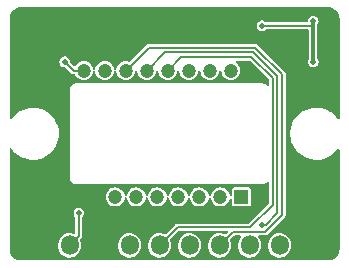
<source format=gbr>
%TF.GenerationSoftware,KiCad,Pcbnew,(7.0.0)*%
%TF.CreationDate,2023-03-29T09:50:13+01:00*%
%TF.ProjectId,Ogen,4f67656e-2e6b-4696-9361-645f70636258,rev?*%
%TF.SameCoordinates,Original*%
%TF.FileFunction,Copper,L1,Top*%
%TF.FilePolarity,Positive*%
%FSLAX46Y46*%
G04 Gerber Fmt 4.6, Leading zero omitted, Abs format (unit mm)*
G04 Created by KiCad (PCBNEW (7.0.0)) date 2023-03-29 09:50:13*
%MOMM*%
%LPD*%
G01*
G04 APERTURE LIST*
%TA.AperFunction,ComponentPad*%
%ADD10O,1.500000X1.700000*%
%TD*%
%TA.AperFunction,ComponentPad*%
%ADD11R,1.200000X1.200000*%
%TD*%
%TA.AperFunction,ComponentPad*%
%ADD12C,1.200000*%
%TD*%
%TA.AperFunction,ViaPad*%
%ADD13C,0.500000*%
%TD*%
%TA.AperFunction,Conductor*%
%ADD14C,0.300000*%
%TD*%
%TA.AperFunction,Conductor*%
%ADD15C,0.200000*%
%TD*%
G04 APERTURE END LIST*
D10*
%TO.P,J1,1,Pin_1*%
%TO.N,+3V3*%
X35890000Y-33449999D03*
%TO.P,J1,2,Pin_2*%
%TO.N,/MISO*%
X33350000Y-33449999D03*
%TO.P,J1,3,Pin_3*%
%TO.N,/MOSI*%
X30810000Y-33449999D03*
%TO.P,J1,4,Pin_4*%
%TO.N,/SCK*%
X28270000Y-33449999D03*
%TO.P,J1,5,Pin_5*%
%TO.N,/CS*%
X25730000Y-33449999D03*
%TO.P,J1,6,Pin_6*%
%TO.N,/MOTION*%
X23190000Y-33449999D03*
%TO.P,J1,7,Pin_7*%
%TO.N,GND*%
X20650000Y-33449999D03*
%TO.P,J1,8,Pin_8*%
%TO.N,/~{RST}*%
X18110000Y-33449999D03*
%TD*%
D11*
%TO.P,U1,1,NC*%
%TO.N,unconnected-(U1-NC-Pad1)*%
X32659999Y-29349999D03*
D12*
%TO.P,U1,2,NC*%
%TO.N,unconnected-(U1-NC-Pad2)*%
X30880000Y-29350000D03*
%TO.P,U1,3,VDDPIX*%
%TO.N,Net-(U1-VDDPIX)*%
X29100000Y-29350000D03*
%TO.P,U1,4,VDD*%
%TO.N,+2V*%
X27320000Y-29350000D03*
%TO.P,U1,5,VDDIO*%
%TO.N,+3V3*%
X25540000Y-29350000D03*
%TO.P,U1,6,NC*%
%TO.N,unconnected-(U1-NC-Pad6)*%
X23760000Y-29350000D03*
%TO.P,U1,7,NRESET*%
%TO.N,/~{RST}*%
X21980000Y-29350000D03*
%TO.P,U1,8,GND*%
%TO.N,GND*%
X20200000Y-29350000D03*
%TO.P,U1,9,MOTION*%
%TO.N,/MOTION*%
X19310000Y-18650000D03*
%TO.P,U1,10,SCLK*%
%TO.N,/SCK*%
X21090000Y-18650000D03*
%TO.P,U1,11,MOSI*%
%TO.N,/MOSI*%
X22870000Y-18650000D03*
%TO.P,U1,12,MISO*%
%TO.N,/MISO*%
X24650000Y-18650000D03*
%TO.P,U1,13,NCS*%
%TO.N,/CS*%
X26430000Y-18650000D03*
%TO.P,U1,14,NC*%
%TO.N,unconnected-(U1-NC-Pad14)*%
X28210000Y-18650000D03*
%TO.P,U1,15,LED_P*%
%TO.N,Net-(U1-LED_P)*%
X29990000Y-18650000D03*
%TO.P,U1,16,NC*%
%TO.N,unconnected-(U1-NC-Pad16)*%
X31770000Y-18650000D03*
%TD*%
D13*
%TO.N,GND*%
X37550003Y-18499999D03*
X40200002Y-15649998D03*
X32350002Y-30900002D03*
X37550002Y-13900000D03*
X27249999Y-30699999D03*
X37750000Y-16200001D03*
%TO.N,+3V3*%
X38737501Y-17900000D03*
X34400001Y-14849998D03*
X38737501Y-14462499D03*
%TO.N,/~{RST}*%
X18900000Y-30700000D03*
%TO.N,/MOTION*%
X17700002Y-17899998D03*
%TO.N,/MISO*%
X34399999Y-31715685D03*
%TD*%
D14*
%TO.N,+3V3*%
X38737501Y-17900000D02*
X38737501Y-14850000D01*
D15*
X34400001Y-14849998D02*
X38737501Y-14850000D01*
D14*
X38737501Y-14850000D02*
X38737501Y-14462499D01*
D15*
%TO.N,/~{RST}*%
X18900001Y-32659999D02*
X18110000Y-33449999D01*
X18110002Y-33220000D02*
X18110000Y-33449999D01*
X18900000Y-30700000D02*
X18900001Y-32659999D01*
%TO.N,/MOTION*%
X18450001Y-18650000D02*
X19309999Y-18650001D01*
X17700002Y-17899998D02*
X18450001Y-18650000D01*
%TO.N,/CS*%
X33502944Y-17499999D02*
X35300000Y-19297056D01*
X33400002Y-31900001D02*
X27280001Y-31899999D01*
X35300000Y-19297056D02*
X35300002Y-30000002D01*
X26430000Y-18649999D02*
X27580001Y-17500001D01*
X35300002Y-30000002D02*
X33400002Y-31900001D01*
X27280001Y-31899999D02*
X25730000Y-33449997D01*
X27580001Y-17500001D02*
X33502944Y-17499999D01*
%TO.N,/MOSI*%
X31960003Y-32299999D02*
X34700000Y-32299999D01*
X33834312Y-16700001D02*
X24820000Y-16699999D01*
X34700000Y-32299999D02*
X36100001Y-30900000D01*
X36100001Y-30900000D02*
X36100001Y-18965690D01*
X24820000Y-16699999D02*
X22870002Y-18650000D01*
X36100001Y-18965690D02*
X33834312Y-16700001D01*
X30810000Y-33450001D02*
X31960003Y-32299999D01*
%TO.N,/MISO*%
X34399999Y-31715685D02*
X34718630Y-31715687D01*
X35700000Y-19131371D02*
X33668631Y-17099999D01*
X34718630Y-31715687D02*
X35700001Y-30734315D01*
X33668631Y-17099999D02*
X26200003Y-17100000D01*
X26200003Y-17100000D02*
X24650000Y-18649999D01*
X35700001Y-30734315D02*
X35700000Y-19131371D01*
%TD*%
%TA.AperFunction,Conductor*%
%TO.N,GND*%
G36*
X40004308Y-13275875D02*
G01*
X40160594Y-13289548D01*
X40177575Y-13292541D01*
X40324940Y-13332027D01*
X40341148Y-13337927D01*
X40479397Y-13402394D01*
X40494342Y-13411022D01*
X40619302Y-13498520D01*
X40632521Y-13509612D01*
X40740386Y-13617476D01*
X40751479Y-13630696D01*
X40838976Y-13755655D01*
X40847604Y-13770600D01*
X40912069Y-13908845D01*
X40917972Y-13925061D01*
X40951046Y-14048495D01*
X40957456Y-14072415D01*
X40960452Y-14089410D01*
X40974125Y-14245702D01*
X40974502Y-14254330D01*
X40974500Y-22668883D01*
X40955690Y-22726940D01*
X40906407Y-22762935D01*
X40845380Y-22763190D01*
X40795798Y-22727608D01*
X40686146Y-22578787D01*
X40684179Y-22576117D01*
X40479366Y-22364343D01*
X40476772Y-22362294D01*
X40476767Y-22362290D01*
X40250752Y-22183808D01*
X40248155Y-22181757D01*
X40245312Y-22180073D01*
X40245309Y-22180071D01*
X39997512Y-22033301D01*
X39997508Y-22033299D01*
X39994670Y-22031618D01*
X39991628Y-22030328D01*
X39991626Y-22030327D01*
X39726484Y-21917897D01*
X39726485Y-21917897D01*
X39723435Y-21916604D01*
X39692969Y-21908258D01*
X39442486Y-21839644D01*
X39442483Y-21839643D01*
X39439291Y-21838769D01*
X39435997Y-21838326D01*
X39150582Y-21799941D01*
X39150575Y-21799940D01*
X39147307Y-21799501D01*
X38926430Y-21799501D01*
X38924800Y-21799610D01*
X38924773Y-21799611D01*
X38709341Y-21814033D01*
X38709333Y-21814033D01*
X38706047Y-21814254D01*
X38702811Y-21814911D01*
X38702809Y-21814912D01*
X38420587Y-21872276D01*
X38420578Y-21872278D01*
X38417338Y-21872937D01*
X38414211Y-21874022D01*
X38414203Y-21874025D01*
X38142164Y-21968487D01*
X38142154Y-21968490D01*
X38139027Y-21969577D01*
X38136077Y-21971067D01*
X38136062Y-21971074D01*
X37879034Y-22100957D01*
X37879030Y-22100958D01*
X37876080Y-22102450D01*
X37873361Y-22104316D01*
X37873355Y-22104320D01*
X37635911Y-22267316D01*
X37635906Y-22267319D01*
X37633189Y-22269185D01*
X37630748Y-22271392D01*
X37630740Y-22271399D01*
X37417134Y-22464594D01*
X37417129Y-22464599D01*
X37414689Y-22466806D01*
X37412561Y-22469322D01*
X37412558Y-22469326D01*
X37226617Y-22689258D01*
X37226610Y-22689266D01*
X37224479Y-22691788D01*
X37222699Y-22694575D01*
X37222694Y-22694583D01*
X37067735Y-22937323D01*
X37067730Y-22937330D01*
X37065954Y-22940114D01*
X37064564Y-22943109D01*
X37064562Y-22943113D01*
X36974503Y-23137186D01*
X36941941Y-23207354D01*
X36940964Y-23210502D01*
X36940958Y-23210519D01*
X36855638Y-23485568D01*
X36855635Y-23485577D01*
X36854655Y-23488739D01*
X36854103Y-23492006D01*
X36854103Y-23492010D01*
X36829736Y-23636468D01*
X36805652Y-23779247D01*
X36805541Y-23782550D01*
X36805541Y-23782556D01*
X36795918Y-24070386D01*
X36795918Y-24070395D01*
X36795808Y-24073695D01*
X36796138Y-24076983D01*
X36796139Y-24076989D01*
X36824965Y-24363531D01*
X36825297Y-24366828D01*
X36826064Y-24370047D01*
X36826065Y-24370052D01*
X36892824Y-24650187D01*
X36892827Y-24650197D01*
X36893594Y-24653415D01*
X36894785Y-24656509D01*
X36894786Y-24656510D01*
X36998288Y-24925248D01*
X36998292Y-24925257D01*
X36999480Y-24928341D01*
X37001068Y-24931239D01*
X37001071Y-24931245D01*
X37125251Y-25157845D01*
X37141065Y-25186701D01*
X37143020Y-25189354D01*
X37143023Y-25189359D01*
X37247469Y-25331114D01*
X37315823Y-25423885D01*
X37520636Y-25635659D01*
X37751847Y-25818245D01*
X38005332Y-25968384D01*
X38276567Y-26083398D01*
X38560711Y-26161233D01*
X38852695Y-26200501D01*
X39071911Y-26200501D01*
X39073572Y-26200501D01*
X39293955Y-26185748D01*
X39582664Y-26127065D01*
X39860975Y-26030425D01*
X40123922Y-25897552D01*
X40366813Y-25730817D01*
X40585313Y-25533196D01*
X40775523Y-25308214D01*
X40792054Y-25282317D01*
X40829084Y-25248143D01*
X40878143Y-25236623D01*
X40926518Y-25250747D01*
X40961673Y-25286853D01*
X40974499Y-25335588D01*
X40974498Y-33741714D01*
X40970516Y-33741714D01*
X40970517Y-33741728D01*
X40974497Y-33741728D01*
X40974497Y-33745690D01*
X40974121Y-33754310D01*
X40960461Y-33910601D01*
X40957466Y-33927595D01*
X40933668Y-34016439D01*
X40917997Y-34074940D01*
X40912094Y-34091160D01*
X40847629Y-34229420D01*
X40839001Y-34244365D01*
X40755934Y-34363005D01*
X40751510Y-34369323D01*
X40740416Y-34382544D01*
X40632550Y-34490411D01*
X40619328Y-34501505D01*
X40494365Y-34589001D01*
X40479418Y-34597630D01*
X40341166Y-34662091D01*
X40324948Y-34667993D01*
X40177598Y-34707465D01*
X40160601Y-34710461D01*
X40004289Y-34724123D01*
X39995669Y-34724499D01*
X39991732Y-34724499D01*
X39991732Y-34720344D01*
X39991719Y-34720343D01*
X39991719Y-34724500D01*
X14008284Y-34724500D01*
X14008284Y-34720343D01*
X14008271Y-34720344D01*
X14008271Y-34724499D01*
X14004308Y-34724499D01*
X13995689Y-34724123D01*
X13839400Y-34710464D01*
X13822403Y-34707468D01*
X13675052Y-34667996D01*
X13658838Y-34662095D01*
X13520576Y-34597630D01*
X13505632Y-34589002D01*
X13380673Y-34501509D01*
X13367452Y-34490416D01*
X13259583Y-34382548D01*
X13248489Y-34369326D01*
X13228287Y-34340473D01*
X13160994Y-34244363D01*
X13152367Y-34229420D01*
X13131686Y-34185064D01*
X13087903Y-34091158D01*
X13082005Y-34074952D01*
X13042529Y-33927586D01*
X13039536Y-33910601D01*
X13025874Y-33754288D01*
X13025499Y-33745665D01*
X13025500Y-33741716D01*
X13025499Y-33741715D01*
X13025500Y-33741714D01*
X13025499Y-33741714D01*
X13025499Y-33598206D01*
X17159501Y-33598206D01*
X17159754Y-33600703D01*
X17159755Y-33600704D01*
X17173647Y-33737322D01*
X17173648Y-33737328D01*
X17174156Y-33742321D01*
X17175658Y-33747108D01*
X17175659Y-33747113D01*
X17229661Y-33919227D01*
X17232027Y-33926768D01*
X17234460Y-33931152D01*
X17234463Y-33931158D01*
X17323274Y-34091164D01*
X17325842Y-34095791D01*
X17329112Y-34099600D01*
X17448492Y-34238661D01*
X17448496Y-34238664D01*
X17451761Y-34242468D01*
X17604628Y-34360796D01*
X17778185Y-34445930D01*
X17783037Y-34447186D01*
X17783039Y-34447187D01*
X17824660Y-34457963D01*
X17965327Y-34494385D01*
X18158391Y-34504176D01*
X18349475Y-34474903D01*
X18530754Y-34407764D01*
X18694808Y-34305509D01*
X18834920Y-34172323D01*
X18945354Y-34013658D01*
X19021588Y-33836012D01*
X19060501Y-33646656D01*
X19060501Y-33598206D01*
X22239501Y-33598206D01*
X22239754Y-33600703D01*
X22239755Y-33600704D01*
X22253647Y-33737322D01*
X22253648Y-33737328D01*
X22254156Y-33742321D01*
X22255658Y-33747108D01*
X22255659Y-33747113D01*
X22309661Y-33919227D01*
X22312027Y-33926768D01*
X22314460Y-33931152D01*
X22314463Y-33931158D01*
X22403274Y-34091164D01*
X22405842Y-34095791D01*
X22409112Y-34099600D01*
X22528492Y-34238661D01*
X22528496Y-34238664D01*
X22531761Y-34242468D01*
X22684628Y-34360796D01*
X22858185Y-34445930D01*
X22863037Y-34447186D01*
X22863039Y-34447187D01*
X22904660Y-34457963D01*
X23045327Y-34494385D01*
X23238391Y-34504176D01*
X23429475Y-34474903D01*
X23610754Y-34407764D01*
X23774808Y-34305509D01*
X23914920Y-34172323D01*
X24025354Y-34013658D01*
X24101588Y-33836012D01*
X24140501Y-33646656D01*
X24140501Y-33301794D01*
X24125846Y-33157679D01*
X24067975Y-32973232D01*
X24054472Y-32948905D01*
X24008428Y-32865948D01*
X23974160Y-32804209D01*
X23921348Y-32742691D01*
X23851509Y-32661338D01*
X23851505Y-32661334D01*
X23848241Y-32657532D01*
X23695374Y-32539204D01*
X23690869Y-32536994D01*
X23526319Y-32456278D01*
X23526316Y-32456276D01*
X23521817Y-32454070D01*
X23516970Y-32452815D01*
X23516962Y-32452812D01*
X23339534Y-32406873D01*
X23339533Y-32406872D01*
X23334675Y-32405615D01*
X23329665Y-32405360D01*
X23329659Y-32405360D01*
X23146627Y-32396078D01*
X23146623Y-32396078D01*
X23141611Y-32395824D01*
X23136653Y-32396583D01*
X23136643Y-32396584D01*
X22955495Y-32424335D01*
X22955486Y-32424337D01*
X22950527Y-32425097D01*
X22945818Y-32426840D01*
X22945814Y-32426842D01*
X22773959Y-32490490D01*
X22773948Y-32490494D01*
X22769248Y-32492236D01*
X22764989Y-32494890D01*
X22764984Y-32494893D01*
X22609455Y-32591834D01*
X22609447Y-32591839D01*
X22605194Y-32594491D01*
X22601562Y-32597942D01*
X22601556Y-32597948D01*
X22468717Y-32724221D01*
X22468713Y-32724224D01*
X22465082Y-32727677D01*
X22462222Y-32731785D01*
X22462216Y-32731793D01*
X22357516Y-32882220D01*
X22357512Y-32882227D01*
X22354648Y-32886342D01*
X22352669Y-32890953D01*
X22352666Y-32890959D01*
X22280391Y-33059379D01*
X22280388Y-33059386D01*
X22278414Y-33063988D01*
X22277406Y-33068888D01*
X22277404Y-33068898D01*
X22258133Y-33162677D01*
X22239501Y-33253344D01*
X22239501Y-33598206D01*
X19060501Y-33598206D01*
X19060501Y-33301794D01*
X19045846Y-33157679D01*
X19044342Y-33152886D01*
X19044341Y-33152880D01*
X19019058Y-33072303D01*
X19011605Y-33048549D01*
X19009919Y-32995314D01*
X19036059Y-32948910D01*
X19074875Y-32910094D01*
X19078854Y-32906632D01*
X19084229Y-32903957D01*
X19115879Y-32869237D01*
X19118997Y-32865972D01*
X19132175Y-32852796D01*
X19134763Y-32849016D01*
X19137689Y-32845494D01*
X19137859Y-32845635D01*
X19140750Y-32841956D01*
X19159917Y-32820932D01*
X19163466Y-32811769D01*
X19174109Y-32791579D01*
X19174473Y-32791047D01*
X19179657Y-32783480D01*
X19186167Y-32755797D01*
X19190223Y-32742700D01*
X19200501Y-32716172D01*
X19200500Y-32706352D01*
X19203130Y-32683677D01*
X19205380Y-32674118D01*
X19201449Y-32645950D01*
X19200500Y-32632271D01*
X19200500Y-31078063D01*
X19206742Y-31043466D01*
X19224681Y-31013232D01*
X19253257Y-30980251D01*
X19282882Y-30946063D01*
X19336697Y-30828226D01*
X19355133Y-30700000D01*
X19336697Y-30571774D01*
X19282882Y-30453937D01*
X19198049Y-30356033D01*
X19089069Y-30285996D01*
X19082275Y-30284001D01*
X18971563Y-30251494D01*
X18964772Y-30249500D01*
X18835228Y-30249500D01*
X18828437Y-30251493D01*
X18828436Y-30251494D01*
X18717724Y-30284001D01*
X18717721Y-30284002D01*
X18710931Y-30285996D01*
X18704978Y-30289821D01*
X18704973Y-30289824D01*
X18607908Y-30352204D01*
X18607904Y-30352206D01*
X18601951Y-30356033D01*
X18597319Y-30361378D01*
X18597315Y-30361382D01*
X18521752Y-30448588D01*
X18521749Y-30448591D01*
X18517118Y-30453937D01*
X18514179Y-30460372D01*
X18514176Y-30460377D01*
X18466246Y-30565328D01*
X18466244Y-30565333D01*
X18463303Y-30571774D01*
X18462295Y-30578782D01*
X18462294Y-30578787D01*
X18458278Y-30606722D01*
X18444867Y-30700000D01*
X18445875Y-30707011D01*
X18462294Y-30821212D01*
X18462295Y-30821215D01*
X18463303Y-30828226D01*
X18466245Y-30834668D01*
X18466246Y-30834671D01*
X18512002Y-30934862D01*
X18517118Y-30946063D01*
X18521753Y-30951412D01*
X18521755Y-30951415D01*
X18575319Y-31013232D01*
X18593258Y-31043466D01*
X18599500Y-31078063D01*
X18599500Y-32372586D01*
X18587060Y-32420631D01*
X18552868Y-32456602D01*
X18505514Y-32471459D01*
X18456901Y-32461469D01*
X18446320Y-32456278D01*
X18446313Y-32456275D01*
X18441817Y-32454070D01*
X18436970Y-32452815D01*
X18436962Y-32452812D01*
X18259534Y-32406873D01*
X18259533Y-32406872D01*
X18254675Y-32405615D01*
X18249665Y-32405360D01*
X18249659Y-32405360D01*
X18066627Y-32396078D01*
X18066623Y-32396078D01*
X18061611Y-32395824D01*
X18056653Y-32396583D01*
X18056643Y-32396584D01*
X17875495Y-32424335D01*
X17875486Y-32424337D01*
X17870527Y-32425097D01*
X17865818Y-32426840D01*
X17865814Y-32426842D01*
X17693959Y-32490490D01*
X17693948Y-32490494D01*
X17689248Y-32492236D01*
X17684989Y-32494890D01*
X17684984Y-32494893D01*
X17529455Y-32591834D01*
X17529447Y-32591839D01*
X17525194Y-32594491D01*
X17521562Y-32597942D01*
X17521556Y-32597948D01*
X17388717Y-32724221D01*
X17388713Y-32724224D01*
X17385082Y-32727677D01*
X17382222Y-32731785D01*
X17382216Y-32731793D01*
X17277516Y-32882220D01*
X17277512Y-32882227D01*
X17274648Y-32886342D01*
X17272669Y-32890953D01*
X17272666Y-32890959D01*
X17200391Y-33059379D01*
X17200388Y-33059386D01*
X17198414Y-33063988D01*
X17197406Y-33068888D01*
X17197404Y-33068898D01*
X17178133Y-33162677D01*
X17159501Y-33253344D01*
X17159501Y-33598206D01*
X13025499Y-33598206D01*
X13025499Y-29350000D01*
X21174435Y-29350000D01*
X21175057Y-29355520D01*
X21194009Y-29523732D01*
X21194010Y-29523738D01*
X21194632Y-29529255D01*
X21196467Y-29534500D01*
X21196468Y-29534503D01*
X21203486Y-29554559D01*
X21254211Y-29699522D01*
X21350184Y-29852262D01*
X21477738Y-29979816D01*
X21630478Y-30075789D01*
X21800745Y-30135368D01*
X21980000Y-30155565D01*
X22159255Y-30135368D01*
X22329522Y-30075789D01*
X22482262Y-29979816D01*
X22609816Y-29852262D01*
X22705789Y-29699522D01*
X22765368Y-29529255D01*
X22771622Y-29473747D01*
X22794003Y-29421385D01*
X22841528Y-29390015D01*
X22898472Y-29390015D01*
X22945997Y-29421385D01*
X22968378Y-29473748D01*
X22974009Y-29523732D01*
X22974010Y-29523738D01*
X22974632Y-29529255D01*
X22976467Y-29534500D01*
X22976468Y-29534503D01*
X22983486Y-29554559D01*
X23034211Y-29699522D01*
X23130184Y-29852262D01*
X23257738Y-29979816D01*
X23410478Y-30075789D01*
X23580745Y-30135368D01*
X23760000Y-30155565D01*
X23939255Y-30135368D01*
X24109522Y-30075789D01*
X24262262Y-29979816D01*
X24389816Y-29852262D01*
X24485789Y-29699522D01*
X24545368Y-29529255D01*
X24551622Y-29473747D01*
X24574003Y-29421385D01*
X24621528Y-29390015D01*
X24678472Y-29390015D01*
X24725997Y-29421385D01*
X24748378Y-29473748D01*
X24754009Y-29523732D01*
X24754010Y-29523738D01*
X24754632Y-29529255D01*
X24756467Y-29534500D01*
X24756468Y-29534503D01*
X24763486Y-29554559D01*
X24814211Y-29699522D01*
X24910184Y-29852262D01*
X25037738Y-29979816D01*
X25190478Y-30075789D01*
X25360745Y-30135368D01*
X25540000Y-30155565D01*
X25719255Y-30135368D01*
X25889522Y-30075789D01*
X26042262Y-29979816D01*
X26169816Y-29852262D01*
X26265789Y-29699522D01*
X26325368Y-29529255D01*
X26331622Y-29473747D01*
X26354003Y-29421385D01*
X26401528Y-29390015D01*
X26458472Y-29390015D01*
X26505997Y-29421385D01*
X26528378Y-29473748D01*
X26534009Y-29523732D01*
X26534010Y-29523738D01*
X26534632Y-29529255D01*
X26536467Y-29534500D01*
X26536468Y-29534503D01*
X26543486Y-29554559D01*
X26594211Y-29699522D01*
X26690184Y-29852262D01*
X26817738Y-29979816D01*
X26970478Y-30075789D01*
X27140745Y-30135368D01*
X27320000Y-30155565D01*
X27499255Y-30135368D01*
X27669522Y-30075789D01*
X27822262Y-29979816D01*
X27949816Y-29852262D01*
X28045789Y-29699522D01*
X28105368Y-29529255D01*
X28111622Y-29473747D01*
X28134003Y-29421385D01*
X28181528Y-29390015D01*
X28238472Y-29390015D01*
X28285997Y-29421385D01*
X28308378Y-29473748D01*
X28314009Y-29523732D01*
X28314010Y-29523738D01*
X28314632Y-29529255D01*
X28316467Y-29534500D01*
X28316468Y-29534503D01*
X28323486Y-29554559D01*
X28374211Y-29699522D01*
X28470184Y-29852262D01*
X28597738Y-29979816D01*
X28750478Y-30075789D01*
X28920745Y-30135368D01*
X29100000Y-30155565D01*
X29279255Y-30135368D01*
X29449522Y-30075789D01*
X29602262Y-29979816D01*
X29729816Y-29852262D01*
X29825789Y-29699522D01*
X29885368Y-29529255D01*
X29891622Y-29473747D01*
X29914003Y-29421385D01*
X29961528Y-29390015D01*
X30018472Y-29390015D01*
X30065997Y-29421385D01*
X30088378Y-29473748D01*
X30094009Y-29523732D01*
X30094010Y-29523738D01*
X30094632Y-29529255D01*
X30096467Y-29534500D01*
X30096468Y-29534503D01*
X30103486Y-29554559D01*
X30154211Y-29699522D01*
X30250184Y-29852262D01*
X30377738Y-29979816D01*
X30530478Y-30075789D01*
X30700745Y-30135368D01*
X30880000Y-30155565D01*
X31059255Y-30135368D01*
X31229522Y-30075789D01*
X31382262Y-29979816D01*
X31509816Y-29852262D01*
X31605789Y-29699522D01*
X31665368Y-29529255D01*
X31665760Y-29529392D01*
X31692088Y-29483000D01*
X31742826Y-29457149D01*
X31799411Y-29463526D01*
X31843123Y-29500021D01*
X31859500Y-29554559D01*
X31859500Y-29969748D01*
X31860446Y-29974506D01*
X31860447Y-29974511D01*
X31862091Y-29982774D01*
X31871133Y-30028231D01*
X31876550Y-30036338D01*
X31876551Y-30036340D01*
X31904138Y-30077626D01*
X31915448Y-30094552D01*
X31981769Y-30138867D01*
X32040252Y-30150500D01*
X33274890Y-30150500D01*
X33279748Y-30150500D01*
X33338231Y-30138867D01*
X33404552Y-30094552D01*
X33448867Y-30028231D01*
X33460500Y-29969748D01*
X33460500Y-28730252D01*
X33448867Y-28671769D01*
X33404552Y-28605448D01*
X33396441Y-28600028D01*
X33346340Y-28566551D01*
X33346338Y-28566550D01*
X33338231Y-28561133D01*
X33328667Y-28559230D01*
X33328666Y-28559230D01*
X33284511Y-28550447D01*
X33284506Y-28550446D01*
X33279748Y-28549500D01*
X32040252Y-28549500D01*
X32035494Y-28550446D01*
X32035488Y-28550447D01*
X31991333Y-28559230D01*
X31991330Y-28559231D01*
X31981769Y-28561133D01*
X31973663Y-28566549D01*
X31973659Y-28566551D01*
X31923558Y-28600028D01*
X31923555Y-28600030D01*
X31915448Y-28605448D01*
X31910030Y-28613555D01*
X31910028Y-28613558D01*
X31876551Y-28663659D01*
X31876549Y-28663663D01*
X31871133Y-28671769D01*
X31869231Y-28681330D01*
X31869230Y-28681333D01*
X31860447Y-28725488D01*
X31860446Y-28725494D01*
X31859500Y-28730252D01*
X31859500Y-28735110D01*
X31859500Y-29145441D01*
X31843123Y-29199979D01*
X31799411Y-29236474D01*
X31742826Y-29242851D01*
X31692088Y-29217000D01*
X31665760Y-29170607D01*
X31665368Y-29170745D01*
X31664611Y-29168581D01*
X31664610Y-29168580D01*
X31605789Y-29000478D01*
X31509816Y-28847738D01*
X31382262Y-28720184D01*
X31229522Y-28624211D01*
X31224271Y-28622373D01*
X31224270Y-28622373D01*
X31064503Y-28566468D01*
X31064500Y-28566467D01*
X31059255Y-28564632D01*
X31053738Y-28564010D01*
X31053732Y-28564009D01*
X30885520Y-28545057D01*
X30880000Y-28544435D01*
X30874480Y-28545057D01*
X30706267Y-28564009D01*
X30706259Y-28564010D01*
X30700745Y-28564632D01*
X30695501Y-28566466D01*
X30695496Y-28566468D01*
X30535729Y-28622373D01*
X30535724Y-28622375D01*
X30530478Y-28624211D01*
X30525771Y-28627168D01*
X30525768Y-28627170D01*
X30382446Y-28717225D01*
X30382441Y-28717228D01*
X30377738Y-28720184D01*
X30373811Y-28724110D01*
X30373807Y-28724114D01*
X30254114Y-28843807D01*
X30254110Y-28843811D01*
X30250184Y-28847738D01*
X30247228Y-28852441D01*
X30247225Y-28852446D01*
X30157170Y-28995768D01*
X30154211Y-29000478D01*
X30152375Y-29005724D01*
X30152373Y-29005729D01*
X30096468Y-29165496D01*
X30096466Y-29165501D01*
X30094632Y-29170745D01*
X30094010Y-29176259D01*
X30094009Y-29176267D01*
X30088378Y-29226251D01*
X30065997Y-29278614D01*
X30018472Y-29309984D01*
X29961528Y-29309984D01*
X29914003Y-29278614D01*
X29891622Y-29226251D01*
X29885990Y-29176267D01*
X29885368Y-29170745D01*
X29825789Y-29000478D01*
X29729816Y-28847738D01*
X29602262Y-28720184D01*
X29449522Y-28624211D01*
X29444271Y-28622373D01*
X29444270Y-28622373D01*
X29284503Y-28566468D01*
X29284500Y-28566467D01*
X29279255Y-28564632D01*
X29273738Y-28564010D01*
X29273732Y-28564009D01*
X29105520Y-28545057D01*
X29100000Y-28544435D01*
X29094480Y-28545057D01*
X28926267Y-28564009D01*
X28926259Y-28564010D01*
X28920745Y-28564632D01*
X28915501Y-28566466D01*
X28915496Y-28566468D01*
X28755729Y-28622373D01*
X28755724Y-28622375D01*
X28750478Y-28624211D01*
X28745771Y-28627168D01*
X28745768Y-28627170D01*
X28602446Y-28717225D01*
X28602441Y-28717228D01*
X28597738Y-28720184D01*
X28593811Y-28724110D01*
X28593807Y-28724114D01*
X28474114Y-28843807D01*
X28474110Y-28843811D01*
X28470184Y-28847738D01*
X28467228Y-28852441D01*
X28467225Y-28852446D01*
X28377170Y-28995768D01*
X28374211Y-29000478D01*
X28372375Y-29005724D01*
X28372373Y-29005729D01*
X28316468Y-29165496D01*
X28316466Y-29165501D01*
X28314632Y-29170745D01*
X28314010Y-29176259D01*
X28314009Y-29176267D01*
X28308378Y-29226251D01*
X28285997Y-29278614D01*
X28238472Y-29309984D01*
X28181528Y-29309984D01*
X28134003Y-29278614D01*
X28111622Y-29226251D01*
X28105990Y-29176267D01*
X28105368Y-29170745D01*
X28045789Y-29000478D01*
X27949816Y-28847738D01*
X27822262Y-28720184D01*
X27669522Y-28624211D01*
X27664271Y-28622373D01*
X27664270Y-28622373D01*
X27504503Y-28566468D01*
X27504500Y-28566467D01*
X27499255Y-28564632D01*
X27493738Y-28564010D01*
X27493732Y-28564009D01*
X27325520Y-28545057D01*
X27320000Y-28544435D01*
X27314480Y-28545057D01*
X27146267Y-28564009D01*
X27146259Y-28564010D01*
X27140745Y-28564632D01*
X27135501Y-28566466D01*
X27135496Y-28566468D01*
X26975729Y-28622373D01*
X26975724Y-28622375D01*
X26970478Y-28624211D01*
X26965771Y-28627168D01*
X26965768Y-28627170D01*
X26822446Y-28717225D01*
X26822441Y-28717228D01*
X26817738Y-28720184D01*
X26813811Y-28724110D01*
X26813807Y-28724114D01*
X26694114Y-28843807D01*
X26694110Y-28843811D01*
X26690184Y-28847738D01*
X26687228Y-28852441D01*
X26687225Y-28852446D01*
X26597170Y-28995768D01*
X26594211Y-29000478D01*
X26592375Y-29005724D01*
X26592373Y-29005729D01*
X26536468Y-29165496D01*
X26536466Y-29165501D01*
X26534632Y-29170745D01*
X26534010Y-29176259D01*
X26534009Y-29176267D01*
X26528378Y-29226251D01*
X26505997Y-29278614D01*
X26458472Y-29309984D01*
X26401528Y-29309984D01*
X26354003Y-29278614D01*
X26331622Y-29226251D01*
X26325990Y-29176267D01*
X26325368Y-29170745D01*
X26265789Y-29000478D01*
X26169816Y-28847738D01*
X26042262Y-28720184D01*
X25889522Y-28624211D01*
X25884271Y-28622373D01*
X25884270Y-28622373D01*
X25724503Y-28566468D01*
X25724500Y-28566467D01*
X25719255Y-28564632D01*
X25713738Y-28564010D01*
X25713732Y-28564009D01*
X25545520Y-28545057D01*
X25540000Y-28544435D01*
X25534480Y-28545057D01*
X25366267Y-28564009D01*
X25366259Y-28564010D01*
X25360745Y-28564632D01*
X25355501Y-28566466D01*
X25355496Y-28566468D01*
X25195729Y-28622373D01*
X25195724Y-28622375D01*
X25190478Y-28624211D01*
X25185771Y-28627168D01*
X25185768Y-28627170D01*
X25042446Y-28717225D01*
X25042441Y-28717228D01*
X25037738Y-28720184D01*
X25033811Y-28724110D01*
X25033807Y-28724114D01*
X24914114Y-28843807D01*
X24914110Y-28843811D01*
X24910184Y-28847738D01*
X24907228Y-28852441D01*
X24907225Y-28852446D01*
X24817170Y-28995768D01*
X24814211Y-29000478D01*
X24812375Y-29005724D01*
X24812373Y-29005729D01*
X24756468Y-29165496D01*
X24756466Y-29165501D01*
X24754632Y-29170745D01*
X24754010Y-29176259D01*
X24754009Y-29176267D01*
X24748378Y-29226251D01*
X24725997Y-29278614D01*
X24678472Y-29309984D01*
X24621528Y-29309984D01*
X24574003Y-29278614D01*
X24551622Y-29226251D01*
X24545990Y-29176267D01*
X24545368Y-29170745D01*
X24485789Y-29000478D01*
X24389816Y-28847738D01*
X24262262Y-28720184D01*
X24109522Y-28624211D01*
X24104271Y-28622373D01*
X24104270Y-28622373D01*
X23944503Y-28566468D01*
X23944500Y-28566467D01*
X23939255Y-28564632D01*
X23933738Y-28564010D01*
X23933732Y-28564009D01*
X23765520Y-28545057D01*
X23760000Y-28544435D01*
X23754480Y-28545057D01*
X23586267Y-28564009D01*
X23586259Y-28564010D01*
X23580745Y-28564632D01*
X23575501Y-28566466D01*
X23575496Y-28566468D01*
X23415729Y-28622373D01*
X23415724Y-28622375D01*
X23410478Y-28624211D01*
X23405771Y-28627168D01*
X23405768Y-28627170D01*
X23262446Y-28717225D01*
X23262441Y-28717228D01*
X23257738Y-28720184D01*
X23253811Y-28724110D01*
X23253807Y-28724114D01*
X23134114Y-28843807D01*
X23134110Y-28843811D01*
X23130184Y-28847738D01*
X23127228Y-28852441D01*
X23127225Y-28852446D01*
X23037170Y-28995768D01*
X23034211Y-29000478D01*
X23032375Y-29005724D01*
X23032373Y-29005729D01*
X22976468Y-29165496D01*
X22976466Y-29165501D01*
X22974632Y-29170745D01*
X22974010Y-29176259D01*
X22974009Y-29176267D01*
X22968378Y-29226251D01*
X22945997Y-29278614D01*
X22898472Y-29309984D01*
X22841528Y-29309984D01*
X22794003Y-29278614D01*
X22771622Y-29226251D01*
X22765990Y-29176267D01*
X22765368Y-29170745D01*
X22705789Y-29000478D01*
X22609816Y-28847738D01*
X22482262Y-28720184D01*
X22329522Y-28624211D01*
X22324271Y-28622373D01*
X22324270Y-28622373D01*
X22164503Y-28566468D01*
X22164500Y-28566467D01*
X22159255Y-28564632D01*
X22153738Y-28564010D01*
X22153732Y-28564009D01*
X21985520Y-28545057D01*
X21980000Y-28544435D01*
X21974480Y-28545057D01*
X21806267Y-28564009D01*
X21806259Y-28564010D01*
X21800745Y-28564632D01*
X21795501Y-28566466D01*
X21795496Y-28566468D01*
X21635729Y-28622373D01*
X21635724Y-28622375D01*
X21630478Y-28624211D01*
X21625771Y-28627168D01*
X21625768Y-28627170D01*
X21482446Y-28717225D01*
X21482441Y-28717228D01*
X21477738Y-28720184D01*
X21473811Y-28724110D01*
X21473807Y-28724114D01*
X21354114Y-28843807D01*
X21354110Y-28843811D01*
X21350184Y-28847738D01*
X21347228Y-28852441D01*
X21347225Y-28852446D01*
X21257170Y-28995768D01*
X21254211Y-29000478D01*
X21252375Y-29005724D01*
X21252373Y-29005729D01*
X21196468Y-29165496D01*
X21196466Y-29165501D01*
X21194632Y-29170745D01*
X21194010Y-29176259D01*
X21194009Y-29176267D01*
X21182478Y-29278614D01*
X21174435Y-29350000D01*
X13025499Y-29350000D01*
X13025499Y-25331111D01*
X13044309Y-25273057D01*
X13093592Y-25237062D01*
X13154619Y-25236807D01*
X13204201Y-25272389D01*
X13232461Y-25310743D01*
X13315823Y-25423883D01*
X13520636Y-25635657D01*
X13751847Y-25818243D01*
X14005332Y-25968382D01*
X14276567Y-26083396D01*
X14560711Y-26161231D01*
X14852695Y-26200499D01*
X15071911Y-26200499D01*
X15073572Y-26200499D01*
X15293955Y-26185746D01*
X15582664Y-26127063D01*
X15860975Y-26030423D01*
X16123922Y-25897550D01*
X16366813Y-25730815D01*
X16585313Y-25533194D01*
X16775523Y-25308212D01*
X16934048Y-25059886D01*
X17058061Y-24792646D01*
X17145347Y-24511261D01*
X17194350Y-24220753D01*
X17204194Y-23926305D01*
X17174705Y-23633172D01*
X17106408Y-23346585D01*
X17000522Y-23071659D01*
X16858937Y-22813299D01*
X16684179Y-22576115D01*
X16479366Y-22364341D01*
X16476769Y-22362290D01*
X16476767Y-22362288D01*
X16250752Y-22183806D01*
X16248155Y-22181755D01*
X16245312Y-22180071D01*
X16245309Y-22180069D01*
X15997512Y-22033299D01*
X15997508Y-22033297D01*
X15994670Y-22031616D01*
X15991628Y-22030326D01*
X15991626Y-22030325D01*
X15726484Y-21917895D01*
X15726485Y-21917895D01*
X15723435Y-21916602D01*
X15568004Y-21874025D01*
X15442486Y-21839642D01*
X15442483Y-21839641D01*
X15439291Y-21838767D01*
X15436012Y-21838326D01*
X15150582Y-21799939D01*
X15150575Y-21799938D01*
X15147307Y-21799499D01*
X14926430Y-21799499D01*
X14924800Y-21799608D01*
X14924773Y-21799609D01*
X14709341Y-21814031D01*
X14709333Y-21814031D01*
X14706047Y-21814252D01*
X14702811Y-21814909D01*
X14702809Y-21814910D01*
X14420587Y-21872274D01*
X14420578Y-21872276D01*
X14417338Y-21872935D01*
X14414211Y-21874020D01*
X14414203Y-21874023D01*
X14142164Y-21968485D01*
X14142154Y-21968488D01*
X14139027Y-21969575D01*
X14136077Y-21971065D01*
X14136062Y-21971072D01*
X13879034Y-22100955D01*
X13879030Y-22100956D01*
X13876080Y-22102448D01*
X13873361Y-22104314D01*
X13873355Y-22104318D01*
X13635911Y-22267314D01*
X13635906Y-22267317D01*
X13633189Y-22269183D01*
X13630748Y-22271390D01*
X13630740Y-22271397D01*
X13417134Y-22464592D01*
X13417132Y-22464594D01*
X13414689Y-22466804D01*
X13412561Y-22469320D01*
X13412558Y-22469324D01*
X13226617Y-22689256D01*
X13226616Y-22689258D01*
X13224479Y-22691786D01*
X13222696Y-22694578D01*
X13222696Y-22694579D01*
X13207946Y-22717684D01*
X13170913Y-22751859D01*
X13121853Y-22763377D01*
X13073480Y-22749252D01*
X13038327Y-22713146D01*
X13025501Y-22664412D01*
X13025501Y-21799499D01*
X13025502Y-17899998D01*
X17244869Y-17899998D01*
X17245877Y-17907009D01*
X17262296Y-18021210D01*
X17262297Y-18021212D01*
X17263305Y-18028224D01*
X17317120Y-18146061D01*
X17401953Y-18243965D01*
X17510933Y-18314002D01*
X17635230Y-18350498D01*
X17684523Y-18350498D01*
X17722409Y-18358034D01*
X17754527Y-18379495D01*
X18199892Y-18824861D01*
X18203368Y-18828856D01*
X18206043Y-18834228D01*
X18229110Y-18855257D01*
X18240726Y-18865846D01*
X18244033Y-18869003D01*
X18257204Y-18882174D01*
X18260974Y-18884757D01*
X18264497Y-18887682D01*
X18264363Y-18887843D01*
X18268040Y-18890746D01*
X18289068Y-18909916D01*
X18298227Y-18913464D01*
X18318417Y-18924105D01*
X18326520Y-18929656D01*
X18335448Y-18931755D01*
X18335451Y-18931757D01*
X18354208Y-18936169D01*
X18367307Y-18940225D01*
X18393828Y-18950500D01*
X18403654Y-18950500D01*
X18426319Y-18953129D01*
X18435882Y-18955379D01*
X18444965Y-18954111D01*
X18444969Y-18954112D01*
X18464052Y-18951450D01*
X18477731Y-18950500D01*
X18499088Y-18950500D01*
X18551758Y-18965673D01*
X18582800Y-19000408D01*
X18584211Y-18999522D01*
X18680184Y-19152262D01*
X18807738Y-19279816D01*
X18960478Y-19375789D01*
X19130745Y-19435368D01*
X19310000Y-19455565D01*
X19489255Y-19435368D01*
X19659522Y-19375789D01*
X19812262Y-19279816D01*
X19939816Y-19152262D01*
X20035789Y-18999522D01*
X20095368Y-18829255D01*
X20101622Y-18773747D01*
X20124003Y-18721385D01*
X20171528Y-18690015D01*
X20228472Y-18690015D01*
X20275997Y-18721385D01*
X20298378Y-18773748D01*
X20304009Y-18823732D01*
X20304010Y-18823738D01*
X20304632Y-18829255D01*
X20306467Y-18834500D01*
X20306468Y-18834503D01*
X20362373Y-18994270D01*
X20364211Y-18999522D01*
X20460184Y-19152262D01*
X20587738Y-19279816D01*
X20740478Y-19375789D01*
X20910745Y-19435368D01*
X21090000Y-19455565D01*
X21269255Y-19435368D01*
X21439522Y-19375789D01*
X21592262Y-19279816D01*
X21719816Y-19152262D01*
X21815789Y-18999522D01*
X21875368Y-18829255D01*
X21881622Y-18773747D01*
X21904003Y-18721385D01*
X21951528Y-18690015D01*
X22008472Y-18690015D01*
X22055997Y-18721385D01*
X22078378Y-18773748D01*
X22084009Y-18823732D01*
X22084010Y-18823738D01*
X22084632Y-18829255D01*
X22086467Y-18834500D01*
X22086468Y-18834503D01*
X22142373Y-18994270D01*
X22144211Y-18999522D01*
X22240184Y-19152262D01*
X22367738Y-19279816D01*
X22520478Y-19375789D01*
X22690745Y-19435368D01*
X22870000Y-19455565D01*
X23049255Y-19435368D01*
X23219522Y-19375789D01*
X23372262Y-19279816D01*
X23499816Y-19152262D01*
X23595789Y-18999522D01*
X23655368Y-18829255D01*
X23661622Y-18773747D01*
X23684003Y-18721385D01*
X23731528Y-18690015D01*
X23788472Y-18690015D01*
X23835997Y-18721385D01*
X23858378Y-18773748D01*
X23864009Y-18823732D01*
X23864010Y-18823738D01*
X23864632Y-18829255D01*
X23866467Y-18834500D01*
X23866468Y-18834503D01*
X23922373Y-18994270D01*
X23924211Y-18999522D01*
X24020184Y-19152262D01*
X24147738Y-19279816D01*
X24300478Y-19375789D01*
X24470745Y-19435368D01*
X24650000Y-19455565D01*
X24829255Y-19435368D01*
X24999522Y-19375789D01*
X25152262Y-19279816D01*
X25279816Y-19152262D01*
X25375789Y-18999522D01*
X25435368Y-18829255D01*
X25441622Y-18773747D01*
X25464003Y-18721385D01*
X25511528Y-18690015D01*
X25568472Y-18690015D01*
X25615997Y-18721385D01*
X25638378Y-18773748D01*
X25644009Y-18823732D01*
X25644010Y-18823738D01*
X25644632Y-18829255D01*
X25646467Y-18834500D01*
X25646468Y-18834503D01*
X25702373Y-18994270D01*
X25704211Y-18999522D01*
X25800184Y-19152262D01*
X25927738Y-19279816D01*
X26080478Y-19375789D01*
X26250745Y-19435368D01*
X26430000Y-19455565D01*
X26609255Y-19435368D01*
X26779522Y-19375789D01*
X26932262Y-19279816D01*
X27059816Y-19152262D01*
X27155789Y-18999522D01*
X27215368Y-18829255D01*
X27221622Y-18773747D01*
X27244003Y-18721385D01*
X27291528Y-18690015D01*
X27348472Y-18690015D01*
X27395997Y-18721385D01*
X27418378Y-18773748D01*
X27424009Y-18823732D01*
X27424010Y-18823738D01*
X27424632Y-18829255D01*
X27426467Y-18834500D01*
X27426468Y-18834503D01*
X27482373Y-18994270D01*
X27484211Y-18999522D01*
X27580184Y-19152262D01*
X27707738Y-19279816D01*
X27860478Y-19375789D01*
X28030745Y-19435368D01*
X28210000Y-19455565D01*
X28389255Y-19435368D01*
X28559522Y-19375789D01*
X28712262Y-19279816D01*
X28839816Y-19152262D01*
X28935789Y-18999522D01*
X28995368Y-18829255D01*
X29001622Y-18773747D01*
X29024003Y-18721385D01*
X29071528Y-18690015D01*
X29128472Y-18690015D01*
X29175997Y-18721385D01*
X29198378Y-18773748D01*
X29204009Y-18823732D01*
X29204010Y-18823738D01*
X29204632Y-18829255D01*
X29206467Y-18834500D01*
X29206468Y-18834503D01*
X29262373Y-18994270D01*
X29264211Y-18999522D01*
X29360184Y-19152262D01*
X29487738Y-19279816D01*
X29640478Y-19375789D01*
X29810745Y-19435368D01*
X29990000Y-19455565D01*
X30169255Y-19435368D01*
X30339522Y-19375789D01*
X30492262Y-19279816D01*
X30619816Y-19152262D01*
X30715789Y-18999522D01*
X30775368Y-18829255D01*
X30781622Y-18773747D01*
X30804003Y-18721385D01*
X30851528Y-18690015D01*
X30908472Y-18690015D01*
X30955997Y-18721385D01*
X30978378Y-18773748D01*
X30984009Y-18823732D01*
X30984010Y-18823738D01*
X30984632Y-18829255D01*
X30986467Y-18834500D01*
X30986468Y-18834503D01*
X31042373Y-18994270D01*
X31044211Y-18999522D01*
X31140184Y-19152262D01*
X31267738Y-19279816D01*
X31420478Y-19375789D01*
X31590745Y-19435368D01*
X31770000Y-19455565D01*
X31949255Y-19435368D01*
X32119522Y-19375789D01*
X32272262Y-19279816D01*
X32399816Y-19152262D01*
X32495789Y-18999522D01*
X32555368Y-18829255D01*
X32575565Y-18650000D01*
X32555368Y-18470745D01*
X32495789Y-18300478D01*
X32399816Y-18147738D01*
X32272262Y-18020184D01*
X32213600Y-17983324D01*
X32179093Y-17946412D01*
X32167297Y-17897278D01*
X32181286Y-17848722D01*
X32217415Y-17813395D01*
X32266271Y-17800499D01*
X33337464Y-17800499D01*
X33375350Y-17808035D01*
X33407468Y-17829495D01*
X34970504Y-19392530D01*
X34991964Y-19424648D01*
X34999500Y-19462534D01*
X34999500Y-19838368D01*
X34981241Y-19895656D01*
X34933198Y-19931812D01*
X34873094Y-19933499D01*
X34823099Y-19900094D01*
X34819560Y-19895656D01*
X34803936Y-19876064D01*
X34711352Y-19802231D01*
X34604660Y-19750851D01*
X34584064Y-19746150D01*
X34494632Y-19725737D01*
X34494627Y-19725736D01*
X34489210Y-19724500D01*
X34435072Y-19724500D01*
X18688285Y-19724500D01*
X18680000Y-19724500D01*
X18620790Y-19724500D01*
X18615373Y-19725736D01*
X18615367Y-19725737D01*
X18510759Y-19749614D01*
X18510757Y-19749614D01*
X18505340Y-19750851D01*
X18500335Y-19753261D01*
X18500330Y-19753263D01*
X18403658Y-19799818D01*
X18403655Y-19799819D01*
X18398648Y-19802231D01*
X18394300Y-19805698D01*
X18394299Y-19805699D01*
X18310418Y-19872591D01*
X18310413Y-19872595D01*
X18306064Y-19876064D01*
X18302595Y-19880413D01*
X18302591Y-19880418D01*
X18260261Y-19933499D01*
X18232231Y-19968648D01*
X18229819Y-19973655D01*
X18229818Y-19973658D01*
X18183263Y-20070330D01*
X18183261Y-20070335D01*
X18180851Y-20075340D01*
X18179614Y-20080757D01*
X18179614Y-20080759D01*
X18155737Y-20185367D01*
X18155736Y-20185373D01*
X18154500Y-20190790D01*
X18154500Y-20244928D01*
X18154500Y-27741715D01*
X18154500Y-27750000D01*
X18154500Y-27809210D01*
X18155736Y-27814627D01*
X18155737Y-27814632D01*
X18169016Y-27872810D01*
X18180851Y-27924660D01*
X18232231Y-28031352D01*
X18306064Y-28123936D01*
X18398648Y-28197769D01*
X18505340Y-28249149D01*
X18620790Y-28275500D01*
X18674928Y-28275500D01*
X18680000Y-28275500D01*
X18688285Y-28275500D01*
X34421715Y-28275500D01*
X34435072Y-28275500D01*
X34483647Y-28275500D01*
X34489210Y-28275500D01*
X34604660Y-28249149D01*
X34711352Y-28197769D01*
X34803936Y-28123936D01*
X34823100Y-28099904D01*
X34873091Y-28066500D01*
X34933196Y-28068185D01*
X34981240Y-28104341D01*
X34999500Y-28161630D01*
X34999500Y-29834522D01*
X34991964Y-29872408D01*
X34970504Y-29904526D01*
X33304527Y-31570503D01*
X33272409Y-31591963D01*
X33234523Y-31599499D01*
X27333199Y-31599499D01*
X27327926Y-31599133D01*
X27322237Y-31597226D01*
X27313072Y-31597649D01*
X27313068Y-31597649D01*
X27275360Y-31599393D01*
X27270788Y-31599499D01*
X27252157Y-31599499D01*
X27247657Y-31600339D01*
X27243102Y-31600762D01*
X27243084Y-31600570D01*
X27238422Y-31601100D01*
X27219174Y-31601990D01*
X27219172Y-31601990D01*
X27210010Y-31602414D01*
X27201624Y-31606116D01*
X27201617Y-31606118D01*
X27201013Y-31606386D01*
X27179229Y-31613131D01*
X27178588Y-31613250D01*
X27178580Y-31613253D01*
X27169568Y-31614938D01*
X27161772Y-31619764D01*
X27161766Y-31619767D01*
X27145383Y-31629911D01*
X27133259Y-31636302D01*
X27115626Y-31644087D01*
X27115620Y-31644090D01*
X27107236Y-31647793D01*
X27100752Y-31654275D01*
X27100746Y-31654280D01*
X27100280Y-31654747D01*
X27082416Y-31668897D01*
X27081850Y-31669247D01*
X27081842Y-31669253D01*
X27074049Y-31674080D01*
X27068525Y-31681394D01*
X27068519Y-31681400D01*
X27056904Y-31696781D01*
X27047906Y-31707121D01*
X26272308Y-32482717D01*
X26218535Y-32510374D01*
X26158706Y-32501596D01*
X26066320Y-32456278D01*
X26066313Y-32456275D01*
X26061817Y-32454070D01*
X26056970Y-32452815D01*
X26056962Y-32452812D01*
X25879534Y-32406873D01*
X25879533Y-32406872D01*
X25874675Y-32405615D01*
X25869665Y-32405360D01*
X25869659Y-32405360D01*
X25686627Y-32396078D01*
X25686623Y-32396078D01*
X25681611Y-32395824D01*
X25676653Y-32396583D01*
X25676643Y-32396584D01*
X25495495Y-32424335D01*
X25495486Y-32424337D01*
X25490527Y-32425097D01*
X25485818Y-32426840D01*
X25485814Y-32426842D01*
X25313959Y-32490490D01*
X25313948Y-32490494D01*
X25309248Y-32492236D01*
X25304989Y-32494890D01*
X25304984Y-32494893D01*
X25149455Y-32591834D01*
X25149447Y-32591839D01*
X25145194Y-32594491D01*
X25141562Y-32597942D01*
X25141556Y-32597948D01*
X25008717Y-32724221D01*
X25008713Y-32724224D01*
X25005082Y-32727677D01*
X25002222Y-32731785D01*
X25002216Y-32731793D01*
X24897516Y-32882220D01*
X24897512Y-32882227D01*
X24894648Y-32886342D01*
X24892669Y-32890953D01*
X24892666Y-32890959D01*
X24820391Y-33059379D01*
X24820388Y-33059386D01*
X24818414Y-33063988D01*
X24817406Y-33068888D01*
X24817404Y-33068898D01*
X24798133Y-33162677D01*
X24779501Y-33253344D01*
X24779501Y-33598206D01*
X24779754Y-33600703D01*
X24779755Y-33600704D01*
X24793647Y-33737322D01*
X24793648Y-33737328D01*
X24794156Y-33742321D01*
X24795658Y-33747108D01*
X24795659Y-33747113D01*
X24849661Y-33919227D01*
X24852027Y-33926768D01*
X24854460Y-33931152D01*
X24854463Y-33931158D01*
X24943274Y-34091164D01*
X24945842Y-34095791D01*
X24949112Y-34099600D01*
X25068492Y-34238661D01*
X25068496Y-34238664D01*
X25071761Y-34242468D01*
X25224628Y-34360796D01*
X25398185Y-34445930D01*
X25403037Y-34447186D01*
X25403039Y-34447187D01*
X25444660Y-34457963D01*
X25585327Y-34494385D01*
X25778391Y-34504176D01*
X25969475Y-34474903D01*
X26150754Y-34407764D01*
X26314808Y-34305509D01*
X26454920Y-34172323D01*
X26565354Y-34013658D01*
X26641588Y-33836012D01*
X26680501Y-33646656D01*
X26680501Y-33598206D01*
X27319501Y-33598206D01*
X27319754Y-33600703D01*
X27319755Y-33600704D01*
X27333647Y-33737322D01*
X27333648Y-33737328D01*
X27334156Y-33742321D01*
X27335658Y-33747108D01*
X27335659Y-33747113D01*
X27389661Y-33919227D01*
X27392027Y-33926768D01*
X27394460Y-33931152D01*
X27394463Y-33931158D01*
X27483274Y-34091164D01*
X27485842Y-34095791D01*
X27489112Y-34099600D01*
X27608492Y-34238661D01*
X27608496Y-34238664D01*
X27611761Y-34242468D01*
X27764628Y-34360796D01*
X27938185Y-34445930D01*
X27943037Y-34447186D01*
X27943039Y-34447187D01*
X27984660Y-34457963D01*
X28125327Y-34494385D01*
X28318391Y-34504176D01*
X28509475Y-34474903D01*
X28690754Y-34407764D01*
X28854808Y-34305509D01*
X28994920Y-34172323D01*
X29105354Y-34013658D01*
X29181588Y-33836012D01*
X29220501Y-33646656D01*
X29220501Y-33301794D01*
X29205846Y-33157679D01*
X29147975Y-32973232D01*
X29134472Y-32948905D01*
X29088428Y-32865948D01*
X29054160Y-32804209D01*
X29001348Y-32742691D01*
X28931509Y-32661338D01*
X28931505Y-32661334D01*
X28928241Y-32657532D01*
X28775374Y-32539204D01*
X28770869Y-32536994D01*
X28606319Y-32456278D01*
X28606316Y-32456276D01*
X28601817Y-32454070D01*
X28596970Y-32452815D01*
X28596962Y-32452812D01*
X28419534Y-32406873D01*
X28419533Y-32406872D01*
X28414675Y-32405615D01*
X28409665Y-32405360D01*
X28409659Y-32405360D01*
X28271857Y-32398372D01*
X28236764Y-32385172D01*
X28211603Y-32397357D01*
X28035494Y-32424336D01*
X28035493Y-32424336D01*
X28030527Y-32425097D01*
X28025818Y-32426840D01*
X28025814Y-32426842D01*
X27853959Y-32490490D01*
X27853948Y-32490494D01*
X27849248Y-32492236D01*
X27844989Y-32494890D01*
X27844984Y-32494893D01*
X27689455Y-32591834D01*
X27689447Y-32591839D01*
X27685194Y-32594491D01*
X27681562Y-32597942D01*
X27681556Y-32597948D01*
X27548717Y-32724221D01*
X27548713Y-32724224D01*
X27545082Y-32727677D01*
X27542222Y-32731785D01*
X27542216Y-32731793D01*
X27437516Y-32882220D01*
X27437512Y-32882227D01*
X27434648Y-32886342D01*
X27432669Y-32890953D01*
X27432666Y-32890959D01*
X27360391Y-33059379D01*
X27360388Y-33059386D01*
X27358414Y-33063988D01*
X27357406Y-33068888D01*
X27357404Y-33068898D01*
X27338133Y-33162677D01*
X27319501Y-33253344D01*
X27319501Y-33598206D01*
X26680501Y-33598206D01*
X26680501Y-33301794D01*
X26665846Y-33157679D01*
X26656673Y-33128444D01*
X26631605Y-33048546D01*
X26629919Y-32995311D01*
X26656060Y-32948907D01*
X27375476Y-32229493D01*
X27407591Y-32208035D01*
X27445476Y-32200499D01*
X28196611Y-32200499D01*
X28237453Y-32213086D01*
X28276870Y-32200499D01*
X30736609Y-32200499D01*
X30777457Y-32213088D01*
X30816880Y-32200499D01*
X31395525Y-32200499D01*
X31450523Y-32217184D01*
X31486986Y-32261613D01*
X31492620Y-32318813D01*
X31465526Y-32369503D01*
X31352311Y-32482718D01*
X31298537Y-32510375D01*
X31238708Y-32501597D01*
X31146320Y-32456278D01*
X31146313Y-32456275D01*
X31141817Y-32454070D01*
X31136970Y-32452815D01*
X31136962Y-32452812D01*
X30959534Y-32406873D01*
X30959533Y-32406872D01*
X30954675Y-32405615D01*
X30949665Y-32405360D01*
X30949659Y-32405360D01*
X30811868Y-32398372D01*
X30776767Y-32385169D01*
X30751599Y-32397357D01*
X30575494Y-32424336D01*
X30575493Y-32424336D01*
X30570527Y-32425097D01*
X30565818Y-32426840D01*
X30565814Y-32426842D01*
X30393959Y-32490490D01*
X30393948Y-32490494D01*
X30389248Y-32492236D01*
X30384989Y-32494890D01*
X30384984Y-32494893D01*
X30229455Y-32591834D01*
X30229447Y-32591839D01*
X30225194Y-32594491D01*
X30221562Y-32597942D01*
X30221556Y-32597948D01*
X30088717Y-32724221D01*
X30088713Y-32724224D01*
X30085082Y-32727677D01*
X30082222Y-32731785D01*
X30082216Y-32731793D01*
X29977516Y-32882220D01*
X29977512Y-32882227D01*
X29974648Y-32886342D01*
X29972669Y-32890953D01*
X29972666Y-32890959D01*
X29900391Y-33059379D01*
X29900388Y-33059386D01*
X29898414Y-33063988D01*
X29897406Y-33068888D01*
X29897404Y-33068898D01*
X29878133Y-33162677D01*
X29859501Y-33253344D01*
X29859501Y-33598206D01*
X29859754Y-33600703D01*
X29859755Y-33600704D01*
X29873647Y-33737322D01*
X29873648Y-33737328D01*
X29874156Y-33742321D01*
X29875658Y-33747108D01*
X29875659Y-33747113D01*
X29929661Y-33919227D01*
X29932027Y-33926768D01*
X29934460Y-33931152D01*
X29934463Y-33931158D01*
X30023274Y-34091164D01*
X30025842Y-34095791D01*
X30029112Y-34099600D01*
X30148492Y-34238661D01*
X30148496Y-34238664D01*
X30151761Y-34242468D01*
X30304628Y-34360796D01*
X30478185Y-34445930D01*
X30483037Y-34447186D01*
X30483039Y-34447187D01*
X30524660Y-34457963D01*
X30665327Y-34494385D01*
X30858391Y-34504176D01*
X31049475Y-34474903D01*
X31230754Y-34407764D01*
X31394808Y-34305509D01*
X31534920Y-34172323D01*
X31645354Y-34013658D01*
X31721588Y-33836012D01*
X31760501Y-33646656D01*
X31760501Y-33301794D01*
X31745846Y-33157679D01*
X31744342Y-33152886D01*
X31744341Y-33152880D01*
X31711606Y-33048550D01*
X31709919Y-32995314D01*
X31736060Y-32948910D01*
X32055477Y-32629495D01*
X32087596Y-32608035D01*
X32125481Y-32600499D01*
X32524074Y-32600499D01*
X32575373Y-32614827D01*
X32611824Y-32653662D01*
X32622875Y-32705765D01*
X32605330Y-32756054D01*
X32517519Y-32882215D01*
X32517513Y-32882225D01*
X32514648Y-32886342D01*
X32512669Y-32890953D01*
X32512666Y-32890959D01*
X32440391Y-33059379D01*
X32440388Y-33059386D01*
X32438414Y-33063988D01*
X32437406Y-33068888D01*
X32437404Y-33068898D01*
X32418133Y-33162677D01*
X32399501Y-33253344D01*
X32399501Y-33598206D01*
X32399754Y-33600703D01*
X32399755Y-33600704D01*
X32413647Y-33737322D01*
X32413648Y-33737328D01*
X32414156Y-33742321D01*
X32415658Y-33747108D01*
X32415659Y-33747113D01*
X32469661Y-33919227D01*
X32472027Y-33926768D01*
X32474460Y-33931152D01*
X32474463Y-33931158D01*
X32563274Y-34091164D01*
X32565842Y-34095791D01*
X32569112Y-34099600D01*
X32688492Y-34238661D01*
X32688496Y-34238664D01*
X32691761Y-34242468D01*
X32844628Y-34360796D01*
X33018185Y-34445930D01*
X33023037Y-34447186D01*
X33023039Y-34447187D01*
X33064660Y-34457963D01*
X33205327Y-34494385D01*
X33398391Y-34504176D01*
X33589475Y-34474903D01*
X33770754Y-34407764D01*
X33934808Y-34305509D01*
X34074920Y-34172323D01*
X34185354Y-34013658D01*
X34261588Y-33836012D01*
X34300501Y-33646656D01*
X34300501Y-33598206D01*
X34939501Y-33598206D01*
X34939754Y-33600703D01*
X34939755Y-33600704D01*
X34953647Y-33737322D01*
X34953648Y-33737328D01*
X34954156Y-33742321D01*
X34955658Y-33747108D01*
X34955659Y-33747113D01*
X35009661Y-33919227D01*
X35012027Y-33926768D01*
X35014460Y-33931152D01*
X35014463Y-33931158D01*
X35103274Y-34091164D01*
X35105842Y-34095791D01*
X35109112Y-34099600D01*
X35228492Y-34238661D01*
X35228496Y-34238664D01*
X35231761Y-34242468D01*
X35384628Y-34360796D01*
X35558185Y-34445930D01*
X35563037Y-34447186D01*
X35563039Y-34447187D01*
X35604660Y-34457963D01*
X35745327Y-34494385D01*
X35938391Y-34504176D01*
X36129475Y-34474903D01*
X36310754Y-34407764D01*
X36474808Y-34305509D01*
X36614920Y-34172323D01*
X36725354Y-34013658D01*
X36801588Y-33836012D01*
X36840501Y-33646656D01*
X36840501Y-33301794D01*
X36825846Y-33157679D01*
X36767975Y-32973232D01*
X36754472Y-32948905D01*
X36708428Y-32865948D01*
X36674160Y-32804209D01*
X36621348Y-32742691D01*
X36551509Y-32661338D01*
X36551505Y-32661334D01*
X36548241Y-32657532D01*
X36395374Y-32539204D01*
X36390869Y-32536994D01*
X36226319Y-32456278D01*
X36226316Y-32456276D01*
X36221817Y-32454070D01*
X36216970Y-32452815D01*
X36216962Y-32452812D01*
X36039534Y-32406873D01*
X36039533Y-32406872D01*
X36034675Y-32405615D01*
X36029665Y-32405360D01*
X36029659Y-32405360D01*
X35846627Y-32396078D01*
X35846623Y-32396078D01*
X35841611Y-32395824D01*
X35836653Y-32396583D01*
X35836643Y-32396584D01*
X35655495Y-32424335D01*
X35655486Y-32424337D01*
X35650527Y-32425097D01*
X35645818Y-32426840D01*
X35645814Y-32426842D01*
X35473959Y-32490490D01*
X35473948Y-32490494D01*
X35469248Y-32492236D01*
X35464989Y-32494890D01*
X35464984Y-32494893D01*
X35309455Y-32591834D01*
X35309447Y-32591839D01*
X35305194Y-32594491D01*
X35301562Y-32597942D01*
X35301556Y-32597948D01*
X35168717Y-32724221D01*
X35168713Y-32724224D01*
X35165082Y-32727677D01*
X35162222Y-32731785D01*
X35162216Y-32731793D01*
X35057516Y-32882220D01*
X35057512Y-32882227D01*
X35054648Y-32886342D01*
X35052669Y-32890953D01*
X35052666Y-32890959D01*
X34980391Y-33059379D01*
X34980388Y-33059386D01*
X34978414Y-33063988D01*
X34977406Y-33068888D01*
X34977404Y-33068898D01*
X34958133Y-33162677D01*
X34939501Y-33253344D01*
X34939501Y-33598206D01*
X34300501Y-33598206D01*
X34300501Y-33301794D01*
X34285846Y-33157679D01*
X34227975Y-32973232D01*
X34214472Y-32948905D01*
X34168428Y-32865948D01*
X34134160Y-32804209D01*
X34130891Y-32800402D01*
X34130889Y-32800398D01*
X34099629Y-32763985D01*
X34076706Y-32713249D01*
X34084787Y-32658165D01*
X34121319Y-32616153D01*
X34174746Y-32600499D01*
X34646801Y-32600499D01*
X34652073Y-32600864D01*
X34657764Y-32602772D01*
X34704640Y-32600605D01*
X34709213Y-32600499D01*
X34723265Y-32600499D01*
X34727844Y-32600499D01*
X34732344Y-32599657D01*
X34736907Y-32599234D01*
X34736926Y-32599445D01*
X34741572Y-32598897D01*
X34769991Y-32597584D01*
X34778975Y-32593616D01*
X34800782Y-32586863D01*
X34810433Y-32585060D01*
X34834623Y-32570081D01*
X34846731Y-32563699D01*
X34872765Y-32552205D01*
X34879713Y-32545256D01*
X34897596Y-32531091D01*
X34905952Y-32525918D01*
X34923096Y-32503214D01*
X34932082Y-32492886D01*
X36274875Y-31150095D01*
X36278854Y-31146633D01*
X36284229Y-31143958D01*
X36315879Y-31109238D01*
X36318997Y-31105973D01*
X36332175Y-31092797D01*
X36334763Y-31089017D01*
X36337689Y-31085495D01*
X36337859Y-31085636D01*
X36340750Y-31081957D01*
X36359917Y-31060933D01*
X36363466Y-31051770D01*
X36374109Y-31031580D01*
X36374473Y-31031048D01*
X36379657Y-31023481D01*
X36386167Y-30995798D01*
X36390223Y-30982701D01*
X36400501Y-30956173D01*
X36400501Y-30946348D01*
X36403131Y-30923682D01*
X36403186Y-30923446D01*
X36405380Y-30914119D01*
X36401449Y-30885946D01*
X36400501Y-30872269D01*
X36400501Y-19018888D01*
X36400866Y-19013615D01*
X36402774Y-19007925D01*
X36400607Y-18961048D01*
X36400501Y-18956476D01*
X36400501Y-18942427D01*
X36400501Y-18937846D01*
X36399658Y-18933341D01*
X36399236Y-18928786D01*
X36399447Y-18928766D01*
X36398899Y-18924121D01*
X36397586Y-18895698D01*
X36393616Y-18886707D01*
X36386867Y-18864913D01*
X36385062Y-18855257D01*
X36370089Y-18831074D01*
X36363697Y-18818947D01*
X36355912Y-18801317D01*
X36352207Y-18792925D01*
X36345258Y-18785976D01*
X36331090Y-18768088D01*
X36330749Y-18767538D01*
X36325920Y-18759738D01*
X36318600Y-18754210D01*
X36318599Y-18754209D01*
X36303223Y-18742598D01*
X36292880Y-18733598D01*
X34084414Y-16525132D01*
X34080944Y-16521144D01*
X34078270Y-16515773D01*
X34057431Y-16496776D01*
X34043586Y-16484154D01*
X34040278Y-16480996D01*
X34030341Y-16471059D01*
X34027109Y-16467827D01*
X34023335Y-16465241D01*
X34019817Y-16462320D01*
X34019945Y-16462165D01*
X34016273Y-16459254D01*
X33995245Y-16440085D01*
X33986692Y-16436771D01*
X33986690Y-16436770D01*
X33986077Y-16436533D01*
X33965898Y-16425896D01*
X33965364Y-16425530D01*
X33965359Y-16425528D01*
X33957793Y-16420345D01*
X33948865Y-16418245D01*
X33948863Y-16418244D01*
X33930108Y-16413833D01*
X33917015Y-16409778D01*
X33899039Y-16402814D01*
X33899034Y-16402813D01*
X33890485Y-16399501D01*
X33881313Y-16399500D01*
X33881310Y-16399500D01*
X33880649Y-16399500D01*
X33857999Y-16396872D01*
X33857358Y-16396721D01*
X33857356Y-16396720D01*
X33848431Y-16394622D01*
X33839352Y-16395888D01*
X33839349Y-16395888D01*
X33820255Y-16398551D01*
X33806584Y-16399499D01*
X24873197Y-16399499D01*
X24867924Y-16399133D01*
X24862235Y-16397226D01*
X24853070Y-16397649D01*
X24853066Y-16397649D01*
X24815358Y-16399393D01*
X24810786Y-16399499D01*
X24792156Y-16399499D01*
X24787656Y-16400339D01*
X24783101Y-16400762D01*
X24783083Y-16400570D01*
X24778421Y-16401100D01*
X24759172Y-16401990D01*
X24759170Y-16401990D01*
X24750008Y-16402414D01*
X24741622Y-16406116D01*
X24741615Y-16406118D01*
X24741011Y-16406386D01*
X24719227Y-16413131D01*
X24718585Y-16413250D01*
X24718575Y-16413253D01*
X24709567Y-16414938D01*
X24701771Y-16419764D01*
X24701770Y-16419765D01*
X24685381Y-16429912D01*
X24673263Y-16436299D01*
X24655626Y-16444087D01*
X24655623Y-16444088D01*
X24647235Y-16447793D01*
X24640752Y-16454275D01*
X24640744Y-16454281D01*
X24640278Y-16454748D01*
X24622413Y-16468898D01*
X24621852Y-16469245D01*
X24621843Y-16469253D01*
X24614048Y-16474080D01*
X24608524Y-16481394D01*
X24608518Y-16481400D01*
X24596907Y-16496776D01*
X24587910Y-16507116D01*
X23227429Y-17867599D01*
X23179455Y-17894113D01*
X23124729Y-17891040D01*
X23054503Y-17866467D01*
X23054492Y-17866464D01*
X23049255Y-17864632D01*
X23043740Y-17864010D01*
X23043733Y-17864009D01*
X22875520Y-17845057D01*
X22870000Y-17844435D01*
X22864480Y-17845057D01*
X22696267Y-17864009D01*
X22696259Y-17864010D01*
X22690745Y-17864632D01*
X22685501Y-17866466D01*
X22685496Y-17866468D01*
X22525729Y-17922373D01*
X22525724Y-17922375D01*
X22520478Y-17924211D01*
X22515771Y-17927168D01*
X22515768Y-17927170D01*
X22372446Y-18017225D01*
X22372441Y-18017228D01*
X22367738Y-18020184D01*
X22363811Y-18024110D01*
X22363807Y-18024114D01*
X22244114Y-18143807D01*
X22244110Y-18143811D01*
X22240184Y-18147738D01*
X22237228Y-18152441D01*
X22237225Y-18152446D01*
X22147173Y-18295764D01*
X22144211Y-18300478D01*
X22142375Y-18305724D01*
X22142373Y-18305729D01*
X22086468Y-18465496D01*
X22086467Y-18465500D01*
X22084632Y-18470745D01*
X22084010Y-18476259D01*
X22084009Y-18476267D01*
X22078378Y-18526251D01*
X22055997Y-18578614D01*
X22008472Y-18609984D01*
X21951528Y-18609984D01*
X21904003Y-18578614D01*
X21881622Y-18526251D01*
X21875990Y-18476267D01*
X21875368Y-18470745D01*
X21815789Y-18300478D01*
X21719816Y-18147738D01*
X21592262Y-18020184D01*
X21439522Y-17924211D01*
X21434271Y-17922373D01*
X21434270Y-17922373D01*
X21274503Y-17866468D01*
X21274500Y-17866467D01*
X21269255Y-17864632D01*
X21263738Y-17864010D01*
X21263732Y-17864009D01*
X21095520Y-17845057D01*
X21090000Y-17844435D01*
X21084480Y-17845057D01*
X20916267Y-17864009D01*
X20916259Y-17864010D01*
X20910745Y-17864632D01*
X20905501Y-17866466D01*
X20905496Y-17866468D01*
X20745729Y-17922373D01*
X20745724Y-17922375D01*
X20740478Y-17924211D01*
X20735771Y-17927168D01*
X20735768Y-17927170D01*
X20592446Y-18017225D01*
X20592441Y-18017228D01*
X20587738Y-18020184D01*
X20583811Y-18024110D01*
X20583807Y-18024114D01*
X20464114Y-18143807D01*
X20464110Y-18143811D01*
X20460184Y-18147738D01*
X20457228Y-18152441D01*
X20457225Y-18152446D01*
X20367173Y-18295764D01*
X20364211Y-18300478D01*
X20362375Y-18305724D01*
X20362373Y-18305729D01*
X20306468Y-18465496D01*
X20306467Y-18465500D01*
X20304632Y-18470745D01*
X20304010Y-18476259D01*
X20304009Y-18476267D01*
X20298378Y-18526251D01*
X20275997Y-18578614D01*
X20228472Y-18609984D01*
X20171528Y-18609984D01*
X20124003Y-18578614D01*
X20101622Y-18526251D01*
X20095990Y-18476267D01*
X20095368Y-18470745D01*
X20035789Y-18300478D01*
X19939816Y-18147738D01*
X19812262Y-18020184D01*
X19659522Y-17924211D01*
X19654271Y-17922373D01*
X19654270Y-17922373D01*
X19494503Y-17866468D01*
X19494500Y-17866467D01*
X19489255Y-17864632D01*
X19483738Y-17864010D01*
X19483732Y-17864009D01*
X19315520Y-17845057D01*
X19310000Y-17844435D01*
X19304480Y-17845057D01*
X19136267Y-17864009D01*
X19136259Y-17864010D01*
X19130745Y-17864632D01*
X19125501Y-17866466D01*
X19125496Y-17866468D01*
X18965729Y-17922373D01*
X18965724Y-17922375D01*
X18960478Y-17924211D01*
X18955771Y-17927168D01*
X18955768Y-17927170D01*
X18812446Y-18017225D01*
X18812441Y-18017228D01*
X18807738Y-18020184D01*
X18803811Y-18024110D01*
X18803807Y-18024114D01*
X18684114Y-18143807D01*
X18684110Y-18143811D01*
X18680184Y-18147738D01*
X18677227Y-18152443D01*
X18677223Y-18152449D01*
X18627583Y-18231450D01*
X18583347Y-18269518D01*
X18525352Y-18276052D01*
X18473754Y-18248781D01*
X18183123Y-17958149D01*
X18161663Y-17926032D01*
X18156446Y-17899809D01*
X18155135Y-17899998D01*
X18136699Y-17771772D01*
X18082884Y-17653935D01*
X17998051Y-17556031D01*
X17889071Y-17485994D01*
X17882277Y-17483999D01*
X17771565Y-17451492D01*
X17764774Y-17449498D01*
X17635230Y-17449498D01*
X17628439Y-17451491D01*
X17628438Y-17451492D01*
X17517726Y-17483999D01*
X17517723Y-17484000D01*
X17510933Y-17485994D01*
X17504980Y-17489819D01*
X17504975Y-17489822D01*
X17407910Y-17552202D01*
X17407906Y-17552204D01*
X17401953Y-17556031D01*
X17397321Y-17561376D01*
X17397317Y-17561380D01*
X17321754Y-17648586D01*
X17321751Y-17648589D01*
X17317120Y-17653935D01*
X17314181Y-17660370D01*
X17314178Y-17660375D01*
X17266248Y-17765326D01*
X17266246Y-17765331D01*
X17263305Y-17771772D01*
X17262297Y-17778780D01*
X17262296Y-17778785D01*
X17252768Y-17845057D01*
X17244869Y-17899998D01*
X13025502Y-17899998D01*
X13025502Y-14849998D01*
X33944868Y-14849998D01*
X33945876Y-14857009D01*
X33962295Y-14971210D01*
X33962296Y-14971213D01*
X33963304Y-14978224D01*
X34017119Y-15096061D01*
X34021753Y-15101409D01*
X34072041Y-15159446D01*
X34101952Y-15193965D01*
X34210932Y-15264002D01*
X34335229Y-15300498D01*
X34457695Y-15300498D01*
X34464773Y-15300498D01*
X34589070Y-15264002D01*
X34698050Y-15193965D01*
X34706104Y-15184668D01*
X34739796Y-15159446D01*
X34780924Y-15150498D01*
X35880430Y-15150498D01*
X38288001Y-15150500D01*
X38337501Y-15163764D01*
X38373738Y-15200000D01*
X38387001Y-15249500D01*
X38387001Y-17579641D01*
X38380760Y-17614237D01*
X38362822Y-17644470D01*
X38359259Y-17648581D01*
X38359256Y-17648585D01*
X38354619Y-17653937D01*
X38351676Y-17660380D01*
X38351674Y-17660384D01*
X38303747Y-17765328D01*
X38303745Y-17765333D01*
X38300804Y-17771774D01*
X38299796Y-17778782D01*
X38299795Y-17778787D01*
X38287026Y-17867600D01*
X38282368Y-17900000D01*
X38283376Y-17907009D01*
X38283376Y-17907011D01*
X38299795Y-18021212D01*
X38299796Y-18021215D01*
X38300804Y-18028226D01*
X38303746Y-18034668D01*
X38303747Y-18034671D01*
X38351676Y-18139620D01*
X38354619Y-18146063D01*
X38359253Y-18151411D01*
X38434814Y-18238615D01*
X38439452Y-18243967D01*
X38548432Y-18314004D01*
X38672729Y-18350500D01*
X38795195Y-18350500D01*
X38802273Y-18350500D01*
X38926570Y-18314004D01*
X39035550Y-18243967D01*
X39120383Y-18146063D01*
X39174198Y-18028226D01*
X39192634Y-17900000D01*
X39174198Y-17771774D01*
X39120383Y-17653937D01*
X39112180Y-17644470D01*
X39094242Y-17614237D01*
X39088001Y-17579641D01*
X39088001Y-14782858D01*
X39094242Y-14748262D01*
X39112180Y-14718029D01*
X39112731Y-14717392D01*
X39120383Y-14708562D01*
X39174198Y-14590725D01*
X39192634Y-14462499D01*
X39174198Y-14334273D01*
X39120383Y-14216436D01*
X39035550Y-14118532D01*
X38990235Y-14089410D01*
X38932527Y-14052323D01*
X38932525Y-14052322D01*
X38926570Y-14048495D01*
X38919776Y-14046500D01*
X38809064Y-14013993D01*
X38802273Y-14011999D01*
X38672729Y-14011999D01*
X38665938Y-14013992D01*
X38665937Y-14013993D01*
X38555225Y-14046500D01*
X38555222Y-14046501D01*
X38548432Y-14048495D01*
X38542479Y-14052320D01*
X38542474Y-14052323D01*
X38445409Y-14114703D01*
X38445405Y-14114705D01*
X38439452Y-14118532D01*
X38434820Y-14123877D01*
X38434816Y-14123881D01*
X38359253Y-14211087D01*
X38359250Y-14211090D01*
X38354619Y-14216436D01*
X38351680Y-14222871D01*
X38351677Y-14222876D01*
X38303747Y-14327827D01*
X38303745Y-14327832D01*
X38300804Y-14334273D01*
X38299796Y-14341281D01*
X38299795Y-14341286D01*
X38282368Y-14462499D01*
X38280242Y-14462193D01*
X38270113Y-14499999D01*
X38233876Y-14536236D01*
X38184376Y-14549498D01*
X35769139Y-14549498D01*
X34780925Y-14549498D01*
X34739796Y-14540550D01*
X34706104Y-14515327D01*
X34698050Y-14506031D01*
X34692096Y-14502204D01*
X34692093Y-14502202D01*
X34595027Y-14439822D01*
X34595025Y-14439821D01*
X34589070Y-14435994D01*
X34582276Y-14433999D01*
X34471564Y-14401492D01*
X34464773Y-14399498D01*
X34335229Y-14399498D01*
X34328438Y-14401491D01*
X34328437Y-14401492D01*
X34217725Y-14433999D01*
X34217722Y-14434000D01*
X34210932Y-14435994D01*
X34204979Y-14439819D01*
X34204974Y-14439822D01*
X34107909Y-14502202D01*
X34107905Y-14502204D01*
X34101952Y-14506031D01*
X34097320Y-14511376D01*
X34097316Y-14511380D01*
X34021753Y-14598586D01*
X34021750Y-14598589D01*
X34017119Y-14603935D01*
X34014180Y-14610370D01*
X34014177Y-14610375D01*
X33966247Y-14715326D01*
X33966245Y-14715331D01*
X33963304Y-14721772D01*
X33962296Y-14728780D01*
X33962295Y-14728785D01*
X33959830Y-14745933D01*
X33944868Y-14849998D01*
X13025502Y-14849998D01*
X13025502Y-14254294D01*
X13025877Y-14245713D01*
X13039552Y-14089405D01*
X13042544Y-14072431D01*
X13082033Y-13925061D01*
X13087932Y-13908854D01*
X13152404Y-13770591D01*
X13161023Y-13755663D01*
X13248528Y-13630694D01*
X13259611Y-13617486D01*
X13367485Y-13509611D01*
X13380693Y-13498528D01*
X13505663Y-13411024D01*
X13520594Y-13402404D01*
X13658860Y-13337929D01*
X13675056Y-13332033D01*
X13822429Y-13292545D01*
X13839403Y-13289553D01*
X13982460Y-13277037D01*
X13995751Y-13275875D01*
X14004379Y-13275498D01*
X14008287Y-13275498D01*
X39991714Y-13275498D01*
X39995680Y-13275498D01*
X40004308Y-13275875D01*
G37*
%TD.AperFunction*%
%TD*%
M02*

</source>
